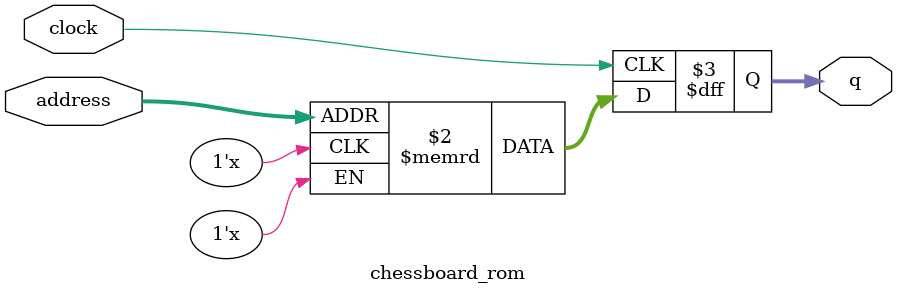
<source format=sv>
module chessboard_rom (
	input logic clock,
	input logic [15:0] address,
	output logic [3:0] q
);

logic [3:0] memory [0:57599] /* synthesis ram_init_file = "./chessboard/chessboard.COE" */;

always_ff @ (posedge clock) begin
	q <= memory[address];
end

endmodule

</source>
